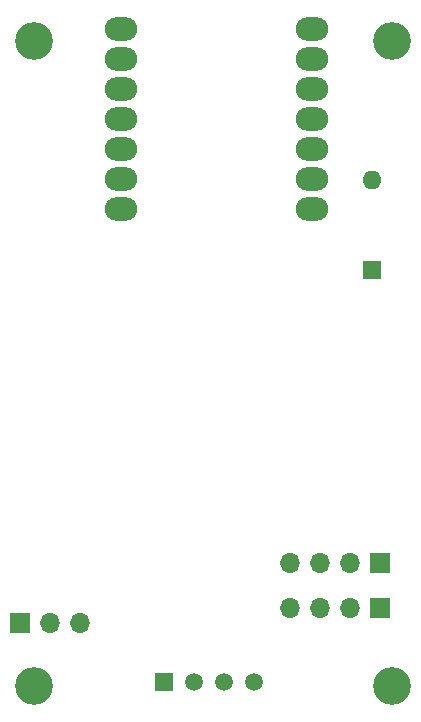
<source format=gbr>
%TF.GenerationSoftware,KiCad,Pcbnew,(6.0.6-0)*%
%TF.CreationDate,2025-06-29T09:16:52+02:00*%
%TF.ProjectId,meteo,6d657465-6f2e-46b6-9963-61645f706362,rev?*%
%TF.SameCoordinates,Original*%
%TF.FileFunction,Soldermask,Bot*%
%TF.FilePolarity,Negative*%
%FSLAX46Y46*%
G04 Gerber Fmt 4.6, Leading zero omitted, Abs format (unit mm)*
G04 Created by KiCad (PCBNEW (6.0.6-0)) date 2025-06-29 09:16:52*
%MOMM*%
%LPD*%
G01*
G04 APERTURE LIST*
G04 Aperture macros list*
%AMRoundRect*
0 Rectangle with rounded corners*
0 $1 Rounding radius*
0 $2 $3 $4 $5 $6 $7 $8 $9 X,Y pos of 4 corners*
0 Add a 4 corners polygon primitive as box body*
4,1,4,$2,$3,$4,$5,$6,$7,$8,$9,$2,$3,0*
0 Add four circle primitives for the rounded corners*
1,1,$1+$1,$2,$3*
1,1,$1+$1,$4,$5*
1,1,$1+$1,$6,$7*
1,1,$1+$1,$8,$9*
0 Add four rect primitives between the rounded corners*
20,1,$1+$1,$2,$3,$4,$5,0*
20,1,$1+$1,$4,$5,$6,$7,0*
20,1,$1+$1,$6,$7,$8,$9,0*
20,1,$1+$1,$8,$9,$2,$3,0*%
G04 Aperture macros list end*
%ADD10C,3.200000*%
%ADD11R,1.700000X1.700000*%
%ADD12O,1.700000X1.700000*%
%ADD13R,1.500000X1.500000*%
%ADD14C,1.500000*%
%ADD15R,1.600000X1.600000*%
%ADD16O,1.600000X1.600000*%
%ADD17RoundRect,1.000000X0.375000X0.000000X-0.375000X0.000000X-0.375000X0.000000X0.375000X0.000000X0*%
G04 APERTURE END LIST*
D10*
%TO.C,H4*%
X228346000Y-89154000D03*
%TD*%
%TO.C,H2*%
X198021000Y-89154000D03*
%TD*%
%TO.C,H1*%
X198021000Y-34544000D03*
%TD*%
D11*
%TO.C,J6*%
X227320000Y-82550000D03*
D12*
X224780000Y-82550000D03*
X222240000Y-82550000D03*
X219700000Y-82550000D03*
%TD*%
D13*
%TO.C,U1*%
X209012500Y-88802500D03*
D14*
X211552500Y-88802500D03*
X214092500Y-88802500D03*
X216632500Y-88802500D03*
%TD*%
D15*
%TO.C,SW1*%
X226695000Y-53932500D03*
D16*
X226695000Y-46312500D03*
%TD*%
D10*
%TO.C,H3*%
X228346000Y-34544000D03*
%TD*%
D11*
%TO.C,J2*%
X227320000Y-78740000D03*
D12*
X224780000Y-78740000D03*
X222240000Y-78740000D03*
X219700000Y-78740000D03*
%TD*%
D11*
%TO.C,U2*%
X196865000Y-83820000D03*
D12*
X199405000Y-83820000D03*
X201945000Y-83820000D03*
%TD*%
D17*
%TO.C,U4*%
X221557000Y-33556076D03*
X221557000Y-36096076D03*
X221557000Y-38636076D03*
X221557000Y-41176076D03*
X221557000Y-43716076D03*
X221557000Y-46256076D03*
X221557000Y-48796076D03*
X205392000Y-48796076D03*
X205392000Y-46256076D03*
X205392000Y-43716076D03*
X205392000Y-41176076D03*
X205392000Y-38636076D03*
X205392000Y-36096076D03*
X205392000Y-33556076D03*
%TD*%
M02*

</source>
